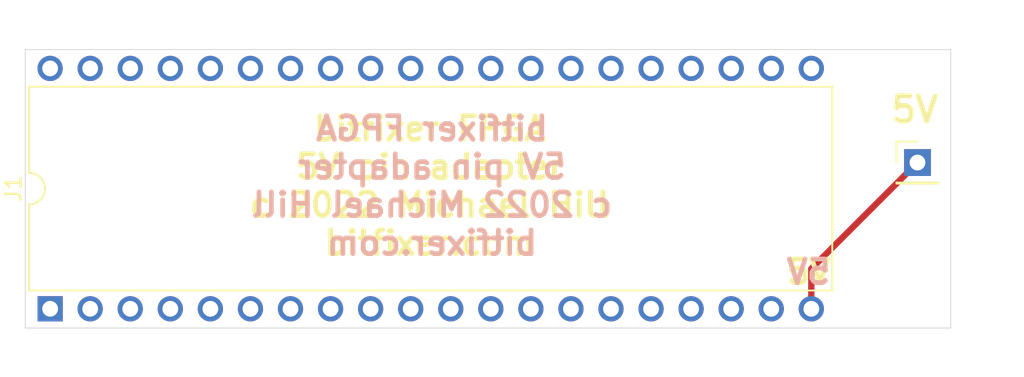
<source format=kicad_pcb>
(kicad_pcb (version 20171130) (host pcbnew "(5.1.6)-1")

  (general
    (thickness 1.6)
    (drawings 9)
    (tracks 2)
    (zones 0)
    (modules 2)
    (nets 41)
  )

  (page A4)
  (layers
    (0 F.Cu signal)
    (31 B.Cu signal)
    (32 B.Adhes user)
    (33 F.Adhes user)
    (34 B.Paste user)
    (35 F.Paste user)
    (36 B.SilkS user)
    (37 F.SilkS user)
    (38 B.Mask user)
    (39 F.Mask user)
    (40 Dwgs.User user)
    (41 Cmts.User user)
    (42 Eco1.User user)
    (43 Eco2.User user)
    (44 Edge.Cuts user)
    (45 Margin user)
    (46 B.CrtYd user)
    (47 F.CrtYd user)
    (48 B.Fab user)
    (49 F.Fab user)
  )

  (setup
    (last_trace_width 0.25)
    (trace_clearance 0.2)
    (zone_clearance 0.508)
    (zone_45_only no)
    (trace_min 0.2)
    (via_size 0.8)
    (via_drill 0.4)
    (via_min_size 0.4)
    (via_min_drill 0.3)
    (uvia_size 0.3)
    (uvia_drill 0.1)
    (uvias_allowed no)
    (uvia_min_size 0.2)
    (uvia_min_drill 0.1)
    (edge_width 0.05)
    (segment_width 0.2)
    (pcb_text_width 0.3)
    (pcb_text_size 1.5 1.5)
    (mod_edge_width 0.12)
    (mod_text_size 1 1)
    (mod_text_width 0.15)
    (pad_size 1.6 1.6)
    (pad_drill 1)
    (pad_to_mask_clearance 0.05)
    (aux_axis_origin 0 0)
    (visible_elements 7FFFFFFF)
    (pcbplotparams
      (layerselection 0x010fc_ffffffff)
      (usegerberextensions false)
      (usegerberattributes true)
      (usegerberadvancedattributes true)
      (creategerberjobfile true)
      (excludeedgelayer true)
      (linewidth 0.100000)
      (plotframeref false)
      (viasonmask false)
      (mode 1)
      (useauxorigin false)
      (hpglpennumber 1)
      (hpglpenspeed 20)
      (hpglpendiameter 15.000000)
      (psnegative false)
      (psa4output false)
      (plotreference true)
      (plotvalue true)
      (plotinvisibletext false)
      (padsonsilk false)
      (subtractmaskfromsilk false)
      (outputformat 1)
      (mirror false)
      (drillshape 0)
      (scaleselection 1)
      (outputdirectory ""))
  )

  (net 0 "")
  (net 1 "Net-(J1-Pad40)")
  (net 2 +5V)
  (net 3 "Net-(J1-Pad39)")
  (net 4 "Net-(J1-Pad19)")
  (net 5 "Net-(J1-Pad38)")
  (net 6 "Net-(J1-Pad18)")
  (net 7 "Net-(J1-Pad37)")
  (net 8 "Net-(J1-Pad17)")
  (net 9 "Net-(J1-Pad36)")
  (net 10 "Net-(J1-Pad16)")
  (net 11 "Net-(J1-Pad35)")
  (net 12 "Net-(J1-Pad15)")
  (net 13 "Net-(J1-Pad34)")
  (net 14 "Net-(J1-Pad14)")
  (net 15 "Net-(J1-Pad33)")
  (net 16 "Net-(J1-Pad13)")
  (net 17 "Net-(J1-Pad32)")
  (net 18 "Net-(J1-Pad12)")
  (net 19 "Net-(J1-Pad31)")
  (net 20 "Net-(J1-Pad11)")
  (net 21 "Net-(J1-Pad30)")
  (net 22 "Net-(J1-Pad10)")
  (net 23 "Net-(J1-Pad29)")
  (net 24 "Net-(J1-Pad9)")
  (net 25 "Net-(J1-Pad28)")
  (net 26 "Net-(J1-Pad8)")
  (net 27 "Net-(J1-Pad27)")
  (net 28 "Net-(J1-Pad7)")
  (net 29 "Net-(J1-Pad26)")
  (net 30 "Net-(J1-Pad6)")
  (net 31 "Net-(J1-Pad25)")
  (net 32 "Net-(J1-Pad5)")
  (net 33 "Net-(J1-Pad24)")
  (net 34 "Net-(J1-Pad4)")
  (net 35 "Net-(J1-Pad23)")
  (net 36 "Net-(J1-Pad3)")
  (net 37 "Net-(J1-Pad22)")
  (net 38 "Net-(J1-Pad2)")
  (net 39 "Net-(J1-Pad21)")
  (net 40 "Net-(J1-Pad1)")

  (net_class Default "This is the default net class."
    (clearance 0.2)
    (trace_width 0.25)
    (via_dia 0.8)
    (via_drill 0.4)
    (uvia_dia 0.3)
    (uvia_drill 0.1)
    (add_net +5V)
    (add_net "Net-(J1-Pad1)")
    (add_net "Net-(J1-Pad10)")
    (add_net "Net-(J1-Pad11)")
    (add_net "Net-(J1-Pad12)")
    (add_net "Net-(J1-Pad13)")
    (add_net "Net-(J1-Pad14)")
    (add_net "Net-(J1-Pad15)")
    (add_net "Net-(J1-Pad16)")
    (add_net "Net-(J1-Pad17)")
    (add_net "Net-(J1-Pad18)")
    (add_net "Net-(J1-Pad19)")
    (add_net "Net-(J1-Pad2)")
    (add_net "Net-(J1-Pad21)")
    (add_net "Net-(J1-Pad22)")
    (add_net "Net-(J1-Pad23)")
    (add_net "Net-(J1-Pad24)")
    (add_net "Net-(J1-Pad25)")
    (add_net "Net-(J1-Pad26)")
    (add_net "Net-(J1-Pad27)")
    (add_net "Net-(J1-Pad28)")
    (add_net "Net-(J1-Pad29)")
    (add_net "Net-(J1-Pad3)")
    (add_net "Net-(J1-Pad30)")
    (add_net "Net-(J1-Pad31)")
    (add_net "Net-(J1-Pad32)")
    (add_net "Net-(J1-Pad33)")
    (add_net "Net-(J1-Pad34)")
    (add_net "Net-(J1-Pad35)")
    (add_net "Net-(J1-Pad36)")
    (add_net "Net-(J1-Pad37)")
    (add_net "Net-(J1-Pad38)")
    (add_net "Net-(J1-Pad39)")
    (add_net "Net-(J1-Pad4)")
    (add_net "Net-(J1-Pad40)")
    (add_net "Net-(J1-Pad5)")
    (add_net "Net-(J1-Pad6)")
    (add_net "Net-(J1-Pad7)")
    (add_net "Net-(J1-Pad8)")
    (add_net "Net-(J1-Pad9)")
  )

  (module Connector_PinHeader_2.54mm:PinHeader_1x01_P2.54mm_Vertical (layer F.Cu) (tedit 59FED5CC) (tstamp 621F0A89)
    (at 154.991 90.729)
    (descr "Through hole straight pin header, 1x01, 2.54mm pitch, single row")
    (tags "Through hole pin header THT 1x01 2.54mm single row")
    (path /621ED297)
    (fp_text reference J2 (at 0 -2.33) (layer F.SilkS) hide
      (effects (font (size 1 1) (thickness 0.15)))
    )
    (fp_text value Conn_01x01_Male (at 0 2.33) (layer F.Fab)
      (effects (font (size 1 1) (thickness 0.15)))
    )
    (fp_line (start 1.8 -1.8) (end -1.8 -1.8) (layer F.CrtYd) (width 0.05))
    (fp_line (start 1.8 1.8) (end 1.8 -1.8) (layer F.CrtYd) (width 0.05))
    (fp_line (start -1.8 1.8) (end 1.8 1.8) (layer F.CrtYd) (width 0.05))
    (fp_line (start -1.8 -1.8) (end -1.8 1.8) (layer F.CrtYd) (width 0.05))
    (fp_line (start -1.33 -1.33) (end 0 -1.33) (layer F.SilkS) (width 0.12))
    (fp_line (start -1.33 0) (end -1.33 -1.33) (layer F.SilkS) (width 0.12))
    (fp_line (start -1.33 1.27) (end 1.33 1.27) (layer F.SilkS) (width 0.12))
    (fp_line (start 1.33 1.27) (end 1.33 1.33) (layer F.SilkS) (width 0.12))
    (fp_line (start -1.33 1.27) (end -1.33 1.33) (layer F.SilkS) (width 0.12))
    (fp_line (start -1.33 1.33) (end 1.33 1.33) (layer F.SilkS) (width 0.12))
    (fp_line (start -1.27 -0.635) (end -0.635 -1.27) (layer F.Fab) (width 0.1))
    (fp_line (start -1.27 1.27) (end -1.27 -0.635) (layer F.Fab) (width 0.1))
    (fp_line (start 1.27 1.27) (end -1.27 1.27) (layer F.Fab) (width 0.1))
    (fp_line (start 1.27 -1.27) (end 1.27 1.27) (layer F.Fab) (width 0.1))
    (fp_line (start -0.635 -1.27) (end 1.27 -1.27) (layer F.Fab) (width 0.1))
    (fp_text user %R (at 0 0 90) (layer F.Fab)
      (effects (font (size 1 1) (thickness 0.15)))
    )
    (pad 1 thru_hole rect (at 0 0) (size 1.7 1.7) (drill 1) (layers *.Cu *.Mask)
      (net 2 +5V))
    (model ${KISYS3DMOD}/Connector_PinHeader_2.54mm.3dshapes/PinHeader_1x01_P2.54mm_Vertical.wrl
      (at (xyz 0 0 0))
      (scale (xyz 1 1 1))
      (rotate (xyz 0 0 0))
    )
  )

  (module Package_DIP:DIP-40_W15.24mm (layer F.Cu) (tedit 621EB061) (tstamp 621F0A74)
    (at 100 100 90)
    (descr "40-lead though-hole mounted DIP package, row spacing 15.24 mm (600 mils)")
    (tags "THT DIP DIL PDIP 2.54mm 15.24mm 600mil")
    (path /621EB390)
    (fp_text reference J1 (at 7.62 -2.33 90) (layer F.SilkS)
      (effects (font (size 1 1) (thickness 0.15)))
    )
    (fp_text value Conn_02x20_Counter_Clockwise (at 7.62 50.59 90) (layer F.Fab)
      (effects (font (size 1 1) (thickness 0.15)))
    )
    (fp_line (start 16.3 -1.55) (end -1.05 -1.55) (layer F.CrtYd) (width 0.05))
    (fp_line (start 16.3 49.8) (end 16.3 -1.55) (layer F.CrtYd) (width 0.05))
    (fp_line (start -1.05 49.8) (end 16.3 49.8) (layer F.CrtYd) (width 0.05))
    (fp_line (start -1.05 -1.55) (end -1.05 49.8) (layer F.CrtYd) (width 0.05))
    (fp_line (start 14.08 -1.33) (end 8.62 -1.33) (layer F.SilkS) (width 0.12))
    (fp_line (start 14.08 49.59) (end 14.08 -1.33) (layer F.SilkS) (width 0.12))
    (fp_line (start 1.16 49.59) (end 14.08 49.59) (layer F.SilkS) (width 0.12))
    (fp_line (start 1.16 -1.33) (end 1.16 49.59) (layer F.SilkS) (width 0.12))
    (fp_line (start 6.62 -1.33) (end 1.16 -1.33) (layer F.SilkS) (width 0.12))
    (fp_line (start 0.255 -0.27) (end 1.255 -1.27) (layer F.Fab) (width 0.1))
    (fp_line (start 0.255 49.53) (end 0.255 -0.27) (layer F.Fab) (width 0.1))
    (fp_line (start 14.985 49.53) (end 0.255 49.53) (layer F.Fab) (width 0.1))
    (fp_line (start 14.985 -1.27) (end 14.985 49.53) (layer F.Fab) (width 0.1))
    (fp_line (start 1.255 -1.27) (end 14.985 -1.27) (layer F.Fab) (width 0.1))
    (fp_text user %R (at 7.62 24.13 90) (layer F.Fab)
      (effects (font (size 1 1) (thickness 0.15)))
    )
    (fp_arc (start 7.62 -1.33) (end 6.62 -1.33) (angle -180) (layer F.SilkS) (width 0.12))
    (pad 40 thru_hole oval (at 15.24 0 90) (size 1.6 1.6) (drill 1) (layers *.Cu *.Mask)
      (net 1 "Net-(J1-Pad40)"))
    (pad 20 thru_hole oval (at 0 48.26 90) (size 1.6 1.6) (drill 1) (layers *.Cu *.Mask)
      (net 2 +5V))
    (pad 39 thru_hole oval (at 15.24 2.54 90) (size 1.6 1.6) (drill 1) (layers *.Cu *.Mask)
      (net 3 "Net-(J1-Pad39)"))
    (pad 19 thru_hole oval (at 0 45.72 90) (size 1.6 1.6) (drill 1) (layers *.Cu *.Mask)
      (net 4 "Net-(J1-Pad19)"))
    (pad 38 thru_hole oval (at 15.24 5.08 90) (size 1.6 1.6) (drill 1) (layers *.Cu *.Mask)
      (net 5 "Net-(J1-Pad38)"))
    (pad 18 thru_hole oval (at 0 43.18 90) (size 1.6 1.6) (drill 1) (layers *.Cu *.Mask)
      (net 6 "Net-(J1-Pad18)"))
    (pad 37 thru_hole oval (at 15.24 7.62 90) (size 1.6 1.6) (drill 1) (layers *.Cu *.Mask)
      (net 7 "Net-(J1-Pad37)"))
    (pad 17 thru_hole oval (at 0 40.64 90) (size 1.6 1.6) (drill 1) (layers *.Cu *.Mask)
      (net 8 "Net-(J1-Pad17)"))
    (pad 36 thru_hole oval (at 15.24 10.16 90) (size 1.6 1.6) (drill 1) (layers *.Cu *.Mask)
      (net 9 "Net-(J1-Pad36)"))
    (pad 16 thru_hole oval (at 0 38.1 90) (size 1.6 1.6) (drill 1) (layers *.Cu *.Mask)
      (net 10 "Net-(J1-Pad16)"))
    (pad 35 thru_hole oval (at 15.24 12.7 90) (size 1.6 1.6) (drill 1) (layers *.Cu *.Mask)
      (net 11 "Net-(J1-Pad35)"))
    (pad 15 thru_hole oval (at 0 35.56 90) (size 1.6 1.6) (drill 1) (layers *.Cu *.Mask)
      (net 12 "Net-(J1-Pad15)"))
    (pad 34 thru_hole oval (at 15.24 15.24 90) (size 1.6 1.6) (drill 1) (layers *.Cu *.Mask)
      (net 13 "Net-(J1-Pad34)"))
    (pad 14 thru_hole oval (at 0 33.02 90) (size 1.6 1.6) (drill 1) (layers *.Cu *.Mask)
      (net 14 "Net-(J1-Pad14)"))
    (pad 33 thru_hole oval (at 15.24 17.78 90) (size 1.6 1.6) (drill 1) (layers *.Cu *.Mask)
      (net 15 "Net-(J1-Pad33)"))
    (pad 13 thru_hole oval (at 0 30.48 90) (size 1.6 1.6) (drill 1) (layers *.Cu *.Mask)
      (net 16 "Net-(J1-Pad13)"))
    (pad 32 thru_hole oval (at 15.24 20.32 90) (size 1.6 1.6) (drill 1) (layers *.Cu *.Mask)
      (net 17 "Net-(J1-Pad32)"))
    (pad 12 thru_hole oval (at 0 27.94 90) (size 1.6 1.6) (drill 1) (layers *.Cu *.Mask)
      (net 18 "Net-(J1-Pad12)"))
    (pad 31 thru_hole oval (at 15.24 22.86 90) (size 1.6 1.6) (drill 1) (layers *.Cu *.Mask)
      (net 19 "Net-(J1-Pad31)"))
    (pad 11 thru_hole oval (at 0 25.4 90) (size 1.6 1.6) (drill 1) (layers *.Cu *.Mask)
      (net 20 "Net-(J1-Pad11)"))
    (pad 30 thru_hole oval (at 15.24 25.4 90) (size 1.6 1.6) (drill 1) (layers *.Cu *.Mask)
      (net 21 "Net-(J1-Pad30)"))
    (pad 10 thru_hole oval (at 0 22.86 90) (size 1.6 1.6) (drill 1) (layers *.Cu *.Mask)
      (net 22 "Net-(J1-Pad10)"))
    (pad 29 thru_hole oval (at 15.24 27.94 90) (size 1.6 1.6) (drill 1) (layers *.Cu *.Mask)
      (net 23 "Net-(J1-Pad29)"))
    (pad 9 thru_hole oval (at 0 20.32 90) (size 1.6 1.6) (drill 1) (layers *.Cu *.Mask)
      (net 24 "Net-(J1-Pad9)"))
    (pad 28 thru_hole oval (at 15.24 30.48 90) (size 1.6 1.6) (drill 1) (layers *.Cu *.Mask)
      (net 25 "Net-(J1-Pad28)"))
    (pad 8 thru_hole oval (at 0 17.78 90) (size 1.6 1.6) (drill 1) (layers *.Cu *.Mask)
      (net 26 "Net-(J1-Pad8)"))
    (pad 27 thru_hole oval (at 15.24 33.02 90) (size 1.6 1.6) (drill 1) (layers *.Cu *.Mask)
      (net 27 "Net-(J1-Pad27)"))
    (pad 7 thru_hole oval (at 0 15.24 90) (size 1.6 1.6) (drill 1) (layers *.Cu *.Mask)
      (net 28 "Net-(J1-Pad7)"))
    (pad 26 thru_hole oval (at 15.24 35.56 90) (size 1.6 1.6) (drill 1) (layers *.Cu *.Mask)
      (net 29 "Net-(J1-Pad26)"))
    (pad 6 thru_hole oval (at 0 12.7 90) (size 1.6 1.6) (drill 1) (layers *.Cu *.Mask)
      (net 30 "Net-(J1-Pad6)"))
    (pad 25 thru_hole oval (at 15.24 38.1 90) (size 1.6 1.6) (drill 1) (layers *.Cu *.Mask)
      (net 31 "Net-(J1-Pad25)"))
    (pad 5 thru_hole oval (at 0 10.16 90) (size 1.6 1.6) (drill 1) (layers *.Cu *.Mask)
      (net 32 "Net-(J1-Pad5)"))
    (pad 24 thru_hole oval (at 15.24 40.64 90) (size 1.6 1.6) (drill 1) (layers *.Cu *.Mask)
      (net 33 "Net-(J1-Pad24)"))
    (pad 4 thru_hole oval (at 0 7.62 90) (size 1.6 1.6) (drill 1) (layers *.Cu *.Mask)
      (net 34 "Net-(J1-Pad4)"))
    (pad 23 thru_hole oval (at 15.24 43.18 90) (size 1.6 1.6) (drill 1) (layers *.Cu *.Mask)
      (net 35 "Net-(J1-Pad23)"))
    (pad 3 thru_hole oval (at 0 5.08 90) (size 1.6 1.6) (drill 1) (layers *.Cu *.Mask)
      (net 36 "Net-(J1-Pad3)"))
    (pad 22 thru_hole oval (at 15.24 45.72 90) (size 1.6 1.6) (drill 1) (layers *.Cu *.Mask)
      (net 37 "Net-(J1-Pad22)"))
    (pad 2 thru_hole oval (at 0 2.54 90) (size 1.6 1.6) (drill 1) (layers *.Cu *.Mask)
      (net 38 "Net-(J1-Pad2)"))
    (pad 21 thru_hole oval (at 15.24 48.26 90) (size 1.6 1.6) (drill 1) (layers *.Cu *.Mask)
      (net 39 "Net-(J1-Pad21)"))
    (pad 1 thru_hole rect (at 0 0 90) (size 1.6 1.6) (drill 1) (layers *.Cu *.Mask)
      (net 40 "Net-(J1-Pad1)"))
    (model ${KISYS3DMOD}/Package_DIP.3dshapes/DIP-40_W15.24mm.wrl
      (at (xyz 0 0 0))
      (scale (xyz 1 1 1))
      (rotate (xyz 0 0 0))
    )
  )

  (gr_text 5V (at 148.082 97.663) (layer B.SilkS) (tstamp 621F2479)
    (effects (font (size 1.5 1.5) (thickness 0.3)) (justify mirror))
  )
  (gr_text "bitfixer FPGA\n5V pin adapter\nc 2022 Michael Hill\nbitfixer.com" (at 124.206 92.202) (layer B.SilkS) (tstamp 621F2436)
    (effects (font (size 1.5 1.5) (thickness 0.3)) (justify mirror))
  )
  (gr_text "bitfixer FPGA\n5V pin adapter\nc 2022 Michael Hill\nbitfixer.com" (at 124.079 92.202) (layer F.SilkS)
    (effects (font (size 1.5 1.5) (thickness 0.3)))
  )
  (gr_line (start 157.099 83.566) (end 98.425 83.566) (layer Edge.Cuts) (width 0.05) (tstamp 621F23F8))
  (gr_line (start 157.099 101.219) (end 157.099 83.566) (layer Edge.Cuts) (width 0.05))
  (gr_line (start 98.425 101.219) (end 157.099 101.219) (layer Edge.Cuts) (width 0.05))
  (gr_line (start 98.425 83.566) (end 98.425 101.219) (layer Edge.Cuts) (width 0.05))
  (gr_text 5V (at 148.082 97.663) (layer F.SilkS)
    (effects (font (size 1.5 1.5) (thickness 0.3)))
  )
  (gr_text 5V (at 154.813 87.376) (layer F.SilkS)
    (effects (font (size 1.6 1.6) (thickness 0.3)))
  )

  (segment (start 148.26 97.46) (end 154.991 90.729) (width 0.4) (layer F.Cu) (net 2))
  (segment (start 148.26 100) (end 148.26 97.46) (width 0.4) (layer F.Cu) (net 2))

)

</source>
